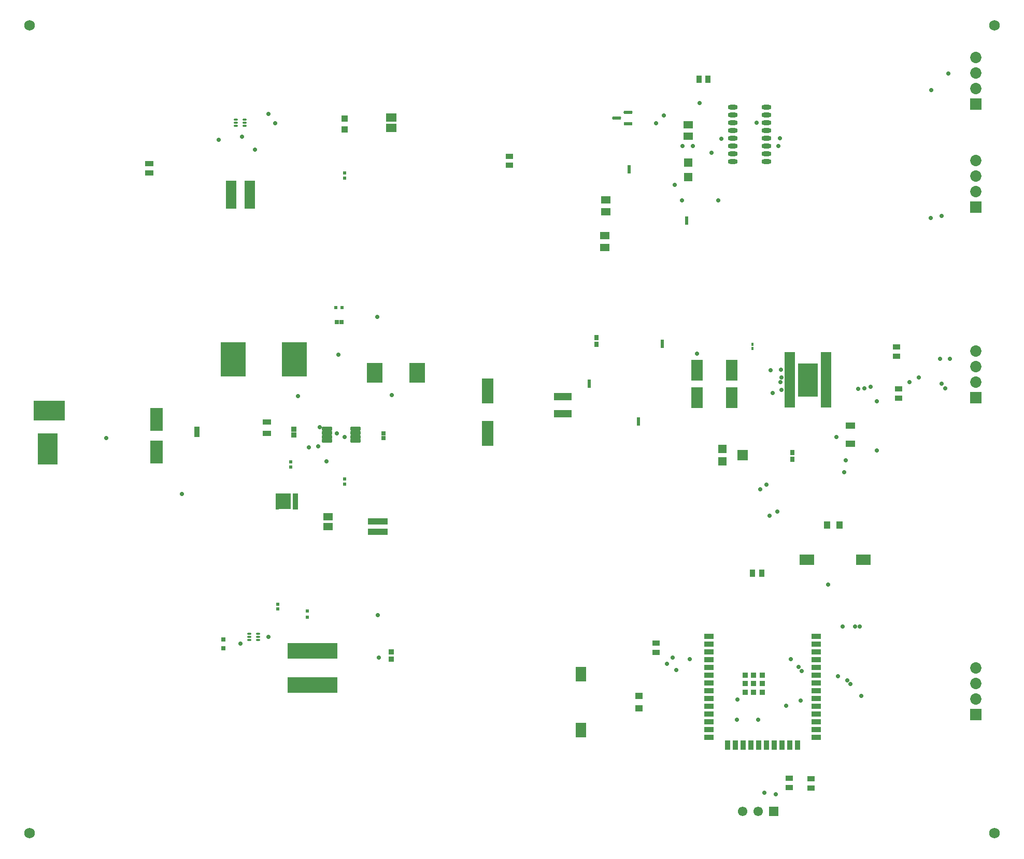
<source format=gts>
G04*
G04 #@! TF.GenerationSoftware,Altium Limited,Altium Designer,24.10.1 (45)*
G04*
G04 Layer_Color=8388736*
%FSLAX25Y25*%
%MOIN*%
G70*
G04*
G04 #@! TF.SameCoordinates,253C2AE7-DEF5-4279-9A70-D321F830DA34*
G04*
G04*
G04 #@! TF.FilePolarity,Negative*
G04*
G01*
G75*
%ADD15R,0.05906X0.03543*%
%ADD16R,0.03543X0.05906*%
%ADD17R,0.03543X0.03543*%
%ADD18R,0.03568X0.03563*%
G04:AMPARAMS|DCode=19|XSize=26.38mil|YSize=11.81mil|CornerRadius=1.95mil|HoleSize=0mil|Usage=FLASHONLY|Rotation=0.000|XOffset=0mil|YOffset=0mil|HoleType=Round|Shape=RoundedRectangle|*
%AMROUNDEDRECTD19*
21,1,0.02638,0.00791,0,0,0.0*
21,1,0.02248,0.01181,0,0,0.0*
1,1,0.00390,0.01124,-0.00396*
1,1,0.00390,-0.01124,-0.00396*
1,1,0.00390,-0.01124,0.00396*
1,1,0.00390,0.01124,0.00396*
%
%ADD19ROUNDEDRECTD19*%
%ADD23R,0.02362X0.02362*%
%ADD24R,0.32284X0.10236*%
%ADD25R,0.02756X0.02756*%
%ADD26R,0.04969X0.03378*%
%ADD27R,0.03378X0.04969*%
%ADD28R,0.01860X0.01843*%
%ADD29R,0.03937X0.04921*%
%ADD31R,0.02362X0.02362*%
%ADD32R,0.04969X0.03771*%
%ADD35R,0.01822X0.02190*%
%ADD44R,0.03771X0.04969*%
%ADD45R,0.03985X0.04168*%
%ADD46R,0.05315X0.03740*%
G04:AMPARAMS|DCode=47|XSize=58.04mil|YSize=23.03mil|CornerRadius=11.51mil|HoleSize=0mil|Usage=FLASHONLY|Rotation=180.000|XOffset=0mil|YOffset=0mil|HoleType=Round|Shape=RoundedRectangle|*
%AMROUNDEDRECTD47*
21,1,0.05804,0.00000,0,0,180.0*
21,1,0.03501,0.02303,0,0,180.0*
1,1,0.02303,-0.01750,0.00000*
1,1,0.02303,0.01750,0.00000*
1,1,0.02303,0.01750,0.00000*
1,1,0.02303,-0.01750,0.00000*
%
%ADD47ROUNDEDRECTD47*%
%ADD48R,0.05804X0.02303*%
%ADD52R,0.09843X0.12992*%
%ADD53R,0.07480X0.16339*%
%ADD59R,0.05512X0.03740*%
%ADD60R,0.06299X0.03937*%
%ADD61R,0.12992X0.04134*%
%ADD67R,0.04921X0.03937*%
%ADD68R,0.13005X0.21194*%
%ADD69R,0.06607X0.02572*%
%ADD70O,0.06312X0.03162*%
%ADD71R,0.06509X0.05721*%
%ADD72R,0.03241X0.03398*%
G04:AMPARAMS|DCode=73|XSize=25.72mil|YSize=69.02mil|CornerRadius=5.95mil|HoleSize=0mil|Usage=FLASHONLY|Rotation=90.000|XOffset=0mil|YOffset=0mil|HoleType=Round|Shape=RoundedRectangle|*
%AMROUNDEDRECTD73*
21,1,0.02572,0.05713,0,0,90.0*
21,1,0.01382,0.06902,0,0,90.0*
1,1,0.01190,0.02856,0.00691*
1,1,0.01190,0.02856,-0.00691*
1,1,0.01190,-0.02856,-0.00691*
1,1,0.01190,-0.02856,0.00691*
%
%ADD73ROUNDEDRECTD73*%
%ADD74R,0.07296X0.13595*%
%ADD75R,0.11509X0.04816*%
%ADD76R,0.03162X0.03556*%
%ADD77R,0.02454X0.02611*%
%ADD78R,0.05524X0.05524*%
%ADD79R,0.06706X0.07099*%
%ADD80R,0.15958X0.22453*%
%ADD81R,0.06706X0.18123*%
%ADD82R,0.06312X0.04934*%
%ADD83R,0.05721X0.05328*%
%ADD84R,0.02572X0.02572*%
%ADD85R,0.02572X0.02572*%
%ADD86R,0.08083X0.14776*%
%ADD87R,0.03280X0.02769*%
%ADD88R,0.02414X0.02769*%
%ADD89R,0.08280X0.10446*%
%ADD90R,0.06272X0.04580*%
%ADD91R,0.09461X0.07099*%
%ADD92R,0.09383X0.07099*%
%ADD93R,0.07099X0.09461*%
%ADD94R,0.07099X0.09383*%
%ADD95C,0.06800*%
%ADD96R,0.07296X0.07296*%
%ADD97C,0.07296*%
%ADD98R,0.20485X0.12611*%
%ADD99R,0.12611X0.20485*%
%ADD100C,0.06102*%
%ADD101R,0.06102X0.06102*%
%ADD102C,0.02769*%
D15*
X531551Y184209D02*
D03*
Y179209D02*
D03*
Y174209D02*
D03*
Y169209D02*
D03*
Y164209D02*
D03*
Y159209D02*
D03*
Y154209D02*
D03*
Y149209D02*
D03*
Y144209D02*
D03*
Y139209D02*
D03*
Y134209D02*
D03*
Y129209D02*
D03*
Y124209D02*
D03*
Y119209D02*
D03*
X600449D02*
D03*
Y124209D02*
D03*
Y129209D02*
D03*
Y134209D02*
D03*
Y139209D02*
D03*
Y144209D02*
D03*
Y149209D02*
D03*
Y154209D02*
D03*
Y159209D02*
D03*
Y164209D02*
D03*
Y169209D02*
D03*
Y174209D02*
D03*
Y179209D02*
D03*
Y184209D02*
D03*
D16*
X543500Y114287D02*
D03*
X548500D02*
D03*
X553500D02*
D03*
X558500D02*
D03*
X563500D02*
D03*
X568500D02*
D03*
X573500D02*
D03*
X578500D02*
D03*
X583500D02*
D03*
X588500D02*
D03*
D17*
X554583Y159327D02*
D03*
X560094D02*
D03*
X565606D02*
D03*
X554583Y153815D02*
D03*
X560094D02*
D03*
X565606D02*
D03*
X554583Y148303D02*
D03*
X560094D02*
D03*
X565606D02*
D03*
D18*
X327000Y169500D02*
D03*
Y174229D02*
D03*
D19*
X241413Y185968D02*
D03*
Y184000D02*
D03*
Y182032D02*
D03*
X235587D02*
D03*
Y184000D02*
D03*
Y185968D02*
D03*
X232913Y516968D02*
D03*
Y515000D02*
D03*
Y513031D02*
D03*
X227087D02*
D03*
Y515000D02*
D03*
Y516968D02*
D03*
D23*
X273000Y200567D02*
D03*
Y196433D02*
D03*
D24*
X276500Y175024D02*
D03*
Y152976D02*
D03*
D25*
X219000Y176744D02*
D03*
Y182256D02*
D03*
D26*
X497500Y180059D02*
D03*
X652000Y370559D02*
D03*
Y364441D02*
D03*
X653500Y337441D02*
D03*
Y343559D02*
D03*
X597000Y86441D02*
D03*
Y92559D02*
D03*
X497500Y173941D02*
D03*
X583000Y86941D02*
D03*
Y93059D02*
D03*
D27*
X559441Y225000D02*
D03*
X565559D02*
D03*
D28*
X254000Y201917D02*
D03*
Y205083D02*
D03*
X297000Y479417D02*
D03*
Y482583D02*
D03*
X262500Y293417D02*
D03*
Y296583D02*
D03*
X297000Y282417D02*
D03*
Y285583D02*
D03*
D29*
X607563Y256000D02*
D03*
X615437D02*
D03*
D31*
X291433Y396000D02*
D03*
X295567D02*
D03*
D32*
X403000Y493363D02*
D03*
Y487637D02*
D03*
D35*
X559500Y369609D02*
D03*
Y372391D02*
D03*
D44*
X525137Y543000D02*
D03*
X530863D02*
D03*
D45*
X297000Y510548D02*
D03*
Y517452D02*
D03*
D46*
X171500Y488453D02*
D03*
Y482547D02*
D03*
D47*
X472000Y518000D02*
D03*
X479364Y521740D02*
D03*
D48*
Y514260D02*
D03*
D52*
X316417Y354000D02*
D03*
X343583D02*
D03*
D53*
X389000Y342181D02*
D03*
Y314819D02*
D03*
D59*
X247000Y314858D02*
D03*
Y322142D02*
D03*
D60*
X622500Y308095D02*
D03*
Y319905D02*
D03*
D61*
X318500Y251752D02*
D03*
Y258248D02*
D03*
D67*
X486500Y138063D02*
D03*
Y145937D02*
D03*
D68*
X595067Y349425D02*
D03*
D69*
X606634Y366059D02*
D03*
Y363500D02*
D03*
Y360941D02*
D03*
Y358382D02*
D03*
Y355823D02*
D03*
Y353264D02*
D03*
Y350705D02*
D03*
Y348146D02*
D03*
Y345587D02*
D03*
Y343028D02*
D03*
Y340469D02*
D03*
Y337910D02*
D03*
Y335350D02*
D03*
Y332791D02*
D03*
X583500D02*
D03*
Y335350D02*
D03*
Y337910D02*
D03*
Y340469D02*
D03*
Y343028D02*
D03*
Y345587D02*
D03*
Y348146D02*
D03*
Y350705D02*
D03*
Y353264D02*
D03*
Y355823D02*
D03*
Y358382D02*
D03*
Y360941D02*
D03*
Y363500D02*
D03*
Y366059D02*
D03*
D70*
X546673Y525000D02*
D03*
Y520000D02*
D03*
Y515000D02*
D03*
Y510000D02*
D03*
Y505000D02*
D03*
Y500000D02*
D03*
Y495000D02*
D03*
Y490000D02*
D03*
X568327Y525000D02*
D03*
Y520000D02*
D03*
Y515000D02*
D03*
Y510000D02*
D03*
Y505000D02*
D03*
Y500000D02*
D03*
Y495000D02*
D03*
Y490000D02*
D03*
D71*
X327000Y518347D02*
D03*
Y511654D02*
D03*
D72*
X202000Y317732D02*
D03*
Y314268D02*
D03*
X264500Y314035D02*
D03*
Y317500D02*
D03*
D73*
X304153Y310161D02*
D03*
Y312720D02*
D03*
Y315280D02*
D03*
Y317839D02*
D03*
X285846Y310161D02*
D03*
Y312720D02*
D03*
Y315280D02*
D03*
Y317839D02*
D03*
D74*
X546220Y355500D02*
D03*
X523779D02*
D03*
X546220Y338000D02*
D03*
X523779D02*
D03*
D75*
X437500Y327488D02*
D03*
Y338512D02*
D03*
D76*
X459000Y376665D02*
D03*
Y372335D02*
D03*
X585000Y302665D02*
D03*
Y298335D02*
D03*
D77*
X480000Y486299D02*
D03*
Y483701D02*
D03*
X517000Y450701D02*
D03*
Y453299D02*
D03*
X454500Y345701D02*
D03*
Y348299D02*
D03*
X501500Y371201D02*
D03*
Y373799D02*
D03*
X486000Y321201D02*
D03*
Y323799D02*
D03*
D78*
X540205Y304937D02*
D03*
Y297063D02*
D03*
D79*
X553000Y301000D02*
D03*
D80*
X225500Y362500D02*
D03*
X264673D02*
D03*
D81*
X236004Y468500D02*
D03*
X223996D02*
D03*
D82*
X518000Y513740D02*
D03*
Y506260D02*
D03*
X465000Y465240D02*
D03*
Y457760D02*
D03*
X464500Y434760D02*
D03*
Y442240D02*
D03*
D83*
X518000Y489126D02*
D03*
Y479874D02*
D03*
D84*
X291925Y386500D02*
D03*
X295075D02*
D03*
D85*
X322000Y315075D02*
D03*
Y311925D02*
D03*
D86*
X176000Y323933D02*
D03*
Y303067D02*
D03*
D87*
X265500Y267323D02*
D03*
Y269882D02*
D03*
Y272441D02*
D03*
Y275000D02*
D03*
D88*
X253768D02*
D03*
Y272441D02*
D03*
Y269882D02*
D03*
Y267323D02*
D03*
D89*
X258315Y271161D02*
D03*
D90*
X286500Y261110D02*
D03*
Y254890D02*
D03*
D91*
X594410Y233500D02*
D03*
D92*
X630590D02*
D03*
D93*
X449000Y160091D02*
D03*
D94*
Y123909D02*
D03*
D95*
X715000Y57500D02*
D03*
X94500D02*
D03*
X715000Y577500D02*
D03*
X94500D02*
D03*
D96*
X703000Y460500D02*
D03*
Y527000D02*
D03*
Y134000D02*
D03*
X703000Y338000D02*
D03*
D97*
X703000Y470500D02*
D03*
Y480500D02*
D03*
Y490500D02*
D03*
Y537000D02*
D03*
Y547000D02*
D03*
Y557000D02*
D03*
Y164000D02*
D03*
Y154000D02*
D03*
Y144000D02*
D03*
X703000Y348000D02*
D03*
Y358000D02*
D03*
Y368000D02*
D03*
D98*
X107000Y329500D02*
D03*
D99*
X106000Y305000D02*
D03*
D100*
X553000Y71500D02*
D03*
X563000D02*
D03*
D101*
X573000D02*
D03*
D102*
X297000Y312500D02*
D03*
X578000Y343000D02*
D03*
X577500Y348000D02*
D03*
X578000Y351000D02*
D03*
X613500Y312500D02*
D03*
X575500Y264500D02*
D03*
X570500Y262000D02*
D03*
X519000Y169500D02*
D03*
X510500Y162500D02*
D03*
X192500Y276000D02*
D03*
X143661Y311839D02*
D03*
X549780Y143500D02*
D03*
X549500Y130500D02*
D03*
X318500Y198000D02*
D03*
X319000Y170500D02*
D03*
X230000Y179500D02*
D03*
X248000Y184000D02*
D03*
X572500Y341000D02*
D03*
X571000Y355500D02*
D03*
X281000Y319000D02*
D03*
X674500Y536000D02*
D03*
X685500Y546500D02*
D03*
X681000Y455000D02*
D03*
X674000Y453500D02*
D03*
X686500Y363000D02*
D03*
X680000D02*
D03*
X683500Y344000D02*
D03*
X681000Y347000D02*
D03*
X625500Y190500D02*
D03*
X628500D02*
D03*
X629500Y146000D02*
D03*
X620553Y156053D02*
D03*
X622250Y153750D02*
D03*
X608000Y217500D02*
D03*
X584000Y169500D02*
D03*
X581186Y139500D02*
D03*
X590500Y143000D02*
D03*
X504500Y166500D02*
D03*
X568500Y282000D02*
D03*
X627500Y343500D02*
D03*
X617500Y190500D02*
D03*
X589000Y164500D02*
D03*
X639500Y304000D02*
D03*
Y335500D02*
D03*
X563000Y130500D02*
D03*
X591000Y162000D02*
D03*
X614500Y158500D02*
D03*
X564500Y279000D02*
D03*
X577911Y355823D02*
D03*
X576000Y500000D02*
D03*
X577000Y505000D02*
D03*
X508000Y170500D02*
D03*
X618500Y290000D02*
D03*
X635500Y345000D02*
D03*
X631500Y344000D02*
D03*
X619500Y297500D02*
D03*
X509500Y475000D02*
D03*
X523890Y366390D02*
D03*
X574500Y82500D02*
D03*
X567000Y83500D02*
D03*
X666500Y351000D02*
D03*
X660500Y348000D02*
D03*
X327500Y339617D02*
D03*
X318000Y390000D02*
D03*
X267000Y339000D02*
D03*
X274000Y306000D02*
D03*
X292000Y315000D02*
D03*
X285500Y297000D02*
D03*
X280000Y306500D02*
D03*
X293000Y365500D02*
D03*
X537500Y465000D02*
D03*
X514000D02*
D03*
X533000Y495500D02*
D03*
X539500Y504500D02*
D03*
X525500Y527500D02*
D03*
X562000Y515000D02*
D03*
X514500Y500000D02*
D03*
X521000D02*
D03*
X502500Y519500D02*
D03*
X497500Y514500D02*
D03*
X239500Y497500D02*
D03*
X248000Y520500D02*
D03*
X252500Y514500D02*
D03*
X231000Y506000D02*
D03*
X216000Y504000D02*
D03*
M02*

</source>
